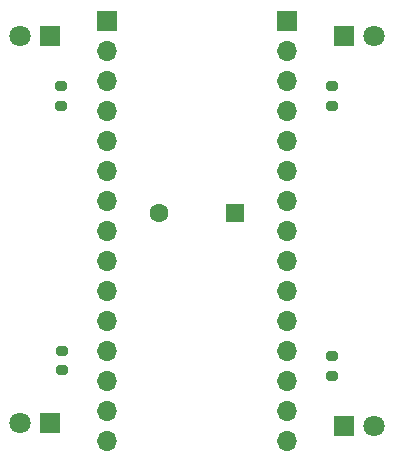
<source format=gbr>
%TF.GenerationSoftware,KiCad,Pcbnew,7.0.6*%
%TF.CreationDate,2024-03-18T09:35:31+01:00*%
%TF.ProjectId,PymonPCB,50796d6f-6e50-4434-922e-6b696361645f,rev?*%
%TF.SameCoordinates,Original*%
%TF.FileFunction,Soldermask,Bot*%
%TF.FilePolarity,Negative*%
%FSLAX46Y46*%
G04 Gerber Fmt 4.6, Leading zero omitted, Abs format (unit mm)*
G04 Created by KiCad (PCBNEW 7.0.6) date 2024-03-18 09:35:31*
%MOMM*%
%LPD*%
G01*
G04 APERTURE LIST*
G04 Aperture macros list*
%AMRoundRect*
0 Rectangle with rounded corners*
0 $1 Rounding radius*
0 $2 $3 $4 $5 $6 $7 $8 $9 X,Y pos of 4 corners*
0 Add a 4 corners polygon primitive as box body*
4,1,4,$2,$3,$4,$5,$6,$7,$8,$9,$2,$3,0*
0 Add four circle primitives for the rounded corners*
1,1,$1+$1,$2,$3*
1,1,$1+$1,$4,$5*
1,1,$1+$1,$6,$7*
1,1,$1+$1,$8,$9*
0 Add four rect primitives between the rounded corners*
20,1,$1+$1,$2,$3,$4,$5,0*
20,1,$1+$1,$4,$5,$6,$7,0*
20,1,$1+$1,$6,$7,$8,$9,0*
20,1,$1+$1,$8,$9,$2,$3,0*%
G04 Aperture macros list end*
%ADD10R,1.700000X1.700000*%
%ADD11O,1.700000X1.700000*%
%ADD12R,1.800000X1.800000*%
%ADD13C,1.800000*%
%ADD14RoundRect,0.200000X-0.275000X0.200000X-0.275000X-0.200000X0.275000X-0.200000X0.275000X0.200000X0*%
%ADD15RoundRect,0.200000X0.275000X-0.200000X0.275000X0.200000X-0.275000X0.200000X-0.275000X-0.200000X0*%
%ADD16R,1.600000X1.600000*%
%ADD17C,1.600000*%
G04 APERTURE END LIST*
D10*
%TO.C,J2*%
X142240000Y-86360000D03*
D11*
X142240000Y-88900000D03*
X142240000Y-91440000D03*
X142240000Y-93980000D03*
X142240000Y-96520000D03*
X142240000Y-99060000D03*
X142240000Y-101600000D03*
X142240000Y-104140000D03*
X142240000Y-106680000D03*
X142240000Y-109220000D03*
X142240000Y-111760000D03*
X142240000Y-114300000D03*
X142240000Y-116840000D03*
X142240000Y-119380000D03*
X142240000Y-121920000D03*
%TD*%
D10*
%TO.C,J1*%
X127000000Y-86360000D03*
D11*
X127000000Y-88900000D03*
X127000000Y-91440000D03*
X127000000Y-93980000D03*
X127000000Y-96520000D03*
X127000000Y-99060000D03*
X127000000Y-101600000D03*
X127000000Y-104140000D03*
X127000000Y-106680000D03*
X127000000Y-109220000D03*
X127000000Y-111760000D03*
X127000000Y-114300000D03*
X127000000Y-116840000D03*
X127000000Y-119380000D03*
X127000000Y-121920000D03*
%TD*%
D12*
%TO.C,D3*%
X147061000Y-120650000D03*
D13*
X149601000Y-120650000D03*
%TD*%
D14*
%TO.C,R4*%
X123190000Y-114300000D03*
X123190000Y-115950000D03*
%TD*%
D15*
%TO.C,R2*%
X123127000Y-93535000D03*
X123127000Y-91885000D03*
%TD*%
D12*
%TO.C,D4*%
X122174000Y-120396000D03*
D13*
X119634000Y-120396000D03*
%TD*%
D16*
%TO.C,BZ1*%
X137870000Y-102616000D03*
D17*
X131370000Y-102616000D03*
%TD*%
D12*
%TO.C,D2*%
X122174000Y-87630000D03*
D13*
X119634000Y-87630000D03*
%TD*%
D15*
%TO.C,R1*%
X146050000Y-93535000D03*
X146050000Y-91885000D03*
%TD*%
D14*
%TO.C,R3*%
X146050000Y-114745000D03*
X146050000Y-116395000D03*
%TD*%
D12*
%TO.C,D1*%
X147061000Y-87630000D03*
D13*
X149601000Y-87630000D03*
%TD*%
M02*

</source>
